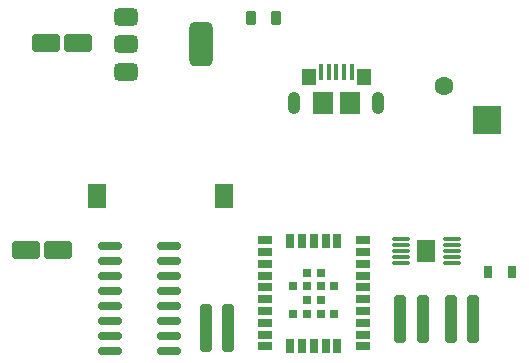
<source format=gts>
%TF.GenerationSoftware,KiCad,Pcbnew,9.0.0*%
%TF.CreationDate,2025-04-01T00:51:48+01:00*%
%TF.ProjectId,Wireless_bluetooth_speaker,57697265-6c65-4737-935f-626c7565746f,rev?*%
%TF.SameCoordinates,Original*%
%TF.FileFunction,Soldermask,Top*%
%TF.FilePolarity,Negative*%
%FSLAX46Y46*%
G04 Gerber Fmt 4.6, Leading zero omitted, Abs format (unit mm)*
G04 Created by KiCad (PCBNEW 9.0.0) date 2025-04-01 00:51:48*
%MOMM*%
%LPD*%
G01*
G04 APERTURE LIST*
G04 Aperture macros list*
%AMRoundRect*
0 Rectangle with rounded corners*
0 $1 Rounding radius*
0 $2 $3 $4 $5 $6 $7 $8 $9 X,Y pos of 4 corners*
0 Add a 4 corners polygon primitive as box body*
4,1,4,$2,$3,$4,$5,$6,$7,$8,$9,$2,$3,0*
0 Add four circle primitives for the rounded corners*
1,1,$1+$1,$2,$3*
1,1,$1+$1,$4,$5*
1,1,$1+$1,$6,$7*
1,1,$1+$1,$8,$9*
0 Add four rect primitives between the rounded corners*
20,1,$1+$1,$2,$3,$4,$5,0*
20,1,$1+$1,$4,$5,$6,$7,0*
20,1,$1+$1,$6,$7,$8,$9,0*
20,1,$1+$1,$8,$9,$2,$3,0*%
G04 Aperture macros list end*
%ADD10RoundRect,0.250001X-0.924999X-0.499999X0.924999X-0.499999X0.924999X0.499999X-0.924999X0.499999X0*%
%ADD11RoundRect,0.375000X-0.625000X-0.375000X0.625000X-0.375000X0.625000X0.375000X-0.625000X0.375000X0*%
%ADD12RoundRect,0.500000X-0.500000X-1.400000X0.500000X-1.400000X0.500000X1.400000X-0.500000X1.400000X0*%
%ADD13RoundRect,0.218750X-0.218750X-0.381250X0.218750X-0.381250X0.218750X0.381250X-0.218750X0.381250X0*%
%ADD14RoundRect,0.075000X-0.650000X-0.075000X0.650000X-0.075000X0.650000X0.075000X-0.650000X0.075000X0*%
%ADD15R,1.570000X1.880000*%
%ADD16RoundRect,0.150000X-0.850000X-0.150000X0.850000X-0.150000X0.850000X0.150000X-0.850000X0.150000X0*%
%ADD17R,1.150000X0.700000*%
%ADD18RoundRect,0.035000X-0.540000X-0.315000X0.540000X-0.315000X0.540000X0.315000X-0.540000X0.315000X0*%
%ADD19RoundRect,0.035000X0.315000X-0.540000X0.315000X0.540000X-0.315000X0.540000X-0.315000X-0.540000X0*%
%ADD20RoundRect,0.014000X-0.336000X0.336000X-0.336000X-0.336000X0.336000X-0.336000X0.336000X0.336000X0*%
%ADD21RoundRect,0.250000X-0.262500X-1.775000X0.262500X-1.775000X0.262500X1.775000X-0.262500X1.775000X0*%
%ADD22R,1.500000X2.000000*%
%ADD23R,0.400000X1.400000*%
%ADD24O,1.050000X1.900000*%
%ADD25R,1.150000X1.450000*%
%ADD26R,1.750000X1.900000*%
%ADD27R,0.800000X1.000000*%
%ADD28R,2.350000X2.350000*%
%ADD29C,1.600000*%
G04 APERTURE END LIST*
D10*
%TO.C,C2*%
X125425001Y-107250000D03*
X128075001Y-107250000D03*
%TD*%
%TO.C,C1*%
X127100000Y-89750000D03*
X129750000Y-89750000D03*
%TD*%
D11*
%TO.C,U3*%
X133875000Y-92150000D03*
D12*
X140175000Y-89850000D03*
D11*
X133875000Y-89850000D03*
X133875000Y-87550000D03*
%TD*%
D13*
%TO.C,L1*%
X146525000Y-87600000D03*
X144400000Y-87600000D03*
%TD*%
D14*
%TO.C,U4*%
X157125000Y-106350000D03*
X157125000Y-106850000D03*
X157125000Y-107350000D03*
X157125000Y-107850000D03*
X157125000Y-108350000D03*
X161425000Y-108350000D03*
X161425000Y-107850000D03*
X161425000Y-107350000D03*
X161425000Y-106850000D03*
X161425000Y-106350000D03*
D15*
X159275000Y-107350000D03*
%TD*%
D16*
%TO.C,U2*%
X132525000Y-106905000D03*
X132525000Y-108175000D03*
X132525000Y-109445000D03*
X132525000Y-110715000D03*
X132525000Y-111985000D03*
X132525000Y-113255000D03*
X132525000Y-114525000D03*
X132525000Y-115795000D03*
X137525000Y-115795000D03*
X137525000Y-114525000D03*
X137525000Y-113255000D03*
X137525000Y-111985000D03*
X137525000Y-110715000D03*
X137525000Y-109445000D03*
X137525000Y-108175000D03*
X137525000Y-106905000D03*
%TD*%
D17*
%TO.C,U1*%
X145625000Y-106425000D03*
D18*
X145625000Y-107425000D03*
X145625000Y-108425000D03*
X145625000Y-109425000D03*
X145625000Y-110425000D03*
X145625000Y-111425000D03*
X145625000Y-112425000D03*
X145625000Y-113425000D03*
X145625000Y-114425000D03*
X145625000Y-115425000D03*
D19*
X147750000Y-115350000D03*
X148750000Y-115350000D03*
X149750000Y-115350000D03*
X150750000Y-115350000D03*
X151750000Y-115350000D03*
D18*
X153875000Y-115425000D03*
X153875000Y-114425000D03*
X153875000Y-113425000D03*
X153875000Y-112425000D03*
X153875000Y-111425000D03*
X153875000Y-110425000D03*
X153875000Y-109425000D03*
X153875000Y-108425000D03*
X153875000Y-107425000D03*
X153875000Y-106425000D03*
D19*
X151750000Y-106500000D03*
X150750000Y-106500000D03*
X149750000Y-106500000D03*
X148750000Y-106500000D03*
X147750000Y-106500000D03*
D20*
X149175000Y-109200000D03*
X150325000Y-109200000D03*
X148025000Y-110350000D03*
X149175000Y-110350000D03*
X150325000Y-110350000D03*
X151475000Y-110350000D03*
X149175000Y-111500000D03*
X150325000Y-111500000D03*
X148025000Y-112650000D03*
X149175000Y-112650000D03*
X150325000Y-112650000D03*
X151475000Y-112650000D03*
%TD*%
D21*
%TO.C,R3*%
X161337500Y-113100000D03*
X163212500Y-113100000D03*
%TD*%
%TO.C,R2*%
X157087500Y-113100000D03*
X158962500Y-113100000D03*
%TD*%
%TO.C,R1*%
X140587500Y-113850000D03*
X142462500Y-113850000D03*
%TD*%
D22*
%TO.C,LS1*%
X131375000Y-102650000D03*
X142175000Y-102650000D03*
%TD*%
D23*
%TO.C,J1*%
X150350000Y-92200000D03*
X151000000Y-92200000D03*
X151650000Y-92200000D03*
X152300000Y-92200000D03*
X152950000Y-92200000D03*
D24*
X148075000Y-94850000D03*
D25*
X149330000Y-92620000D03*
D26*
X150525000Y-94850000D03*
X152775000Y-94850000D03*
D25*
X153970000Y-92620000D03*
D24*
X155225000Y-94850000D03*
%TD*%
D27*
%TO.C,D1*%
X164525000Y-109100000D03*
X166525000Y-109100000D03*
%TD*%
D28*
%TO.C,BT1*%
X164425000Y-96225000D03*
D29*
X160775000Y-93350000D03*
%TD*%
M02*

</source>
